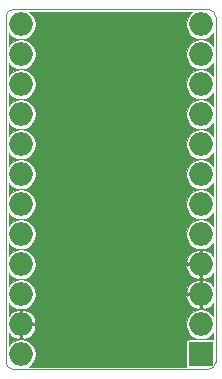
<source format=gbr>
%TF.GenerationSoftware,KiCad,Pcbnew,5.1.7+dfsg1-1~bpo10+1*%
%TF.CreationDate,Date%
%TF.ProjectId,ProMicro_TEST,50726f4d-6963-4726-9f5f-544553542e6b,v1.0*%
%TF.SameCoordinates,Original*%
%TF.FileFunction,Copper,L1,Top*%
%TF.FilePolarity,Positive*%
%FSLAX45Y45*%
G04 Gerber Fmt 4.5, Leading zero omitted, Abs format (unit mm)*
G04 Created by KiCad*
%MOMM*%
%LPD*%
G01*
G04 APERTURE LIST*
%TA.AperFunction,Profile*%
%ADD10C,0.100000*%
%TD*%
%TA.AperFunction,ComponentPad*%
%ADD11R,2.000000X2.000000*%
%TD*%
%TA.AperFunction,ComponentPad*%
%ADD12O,2.000000X2.000000*%
%TD*%
%TA.AperFunction,Conductor*%
%ADD13C,0.125000*%
%TD*%
%TA.AperFunction,Conductor*%
%ADD14C,0.150000*%
%TD*%
%ADD15C,0.350000*%
G04 APERTURE END LIST*
D10*
X127000Y2857500D02*
X127000Y-63500D01*
X-1651000Y-63500D02*
X-1651000Y2857500D01*
X-1587500Y-127000D02*
G75*
G02*
X-1651000Y-63500I0J63500D01*
G01*
X127000Y-63500D02*
G75*
G02*
X63500Y-127000I-63500J0D01*
G01*
X63500Y2921000D02*
G75*
G02*
X127000Y2857500I0J-63500D01*
G01*
X-1651000Y2857500D02*
G75*
G02*
X-1587500Y2921000I63500J0D01*
G01*
X63500Y-127000D02*
X-1587500Y-127000D01*
X-1587500Y2921000D02*
X63500Y2921000D01*
D11*
X0Y0D03*
D12*
X0Y254000D03*
X0Y508000D03*
X-1524000Y2794000D03*
X0Y762000D03*
X-1524000Y2540000D03*
X0Y1016000D03*
X-1524000Y2286000D03*
X0Y1270000D03*
X-1524000Y2032000D03*
X0Y1524000D03*
X-1524000Y1778000D03*
X0Y1778000D03*
X-1524000Y1524000D03*
X0Y2032000D03*
X-1524000Y1270000D03*
X0Y2286000D03*
X-1524000Y1016000D03*
X0Y2540000D03*
X-1524000Y762000D03*
X0Y2794000D03*
X-1524000Y508000D03*
X-1524000Y254000D03*
X-1524000Y0D03*
D13*
X-80480Y2892065D02*
X-98065Y2874480D01*
X-111881Y2853802D01*
X-121398Y2830826D01*
X-126250Y2806434D01*
X-126250Y2781566D01*
X-121398Y2757174D01*
X-111881Y2734198D01*
X-98065Y2713520D01*
X-80480Y2695935D01*
X-59802Y2682119D01*
X-36826Y2672602D01*
X-12434Y2667750D01*
X12434Y2667750D01*
X36826Y2672602D01*
X59802Y2682119D01*
X80480Y2695935D01*
X98065Y2713520D01*
X103250Y2721281D01*
X103250Y2612720D01*
X98065Y2620480D01*
X80480Y2638065D01*
X59802Y2651881D01*
X36826Y2661398D01*
X12434Y2666250D01*
X-12434Y2666250D01*
X-36826Y2661398D01*
X-59802Y2651881D01*
X-80480Y2638065D01*
X-98065Y2620480D01*
X-111881Y2599802D01*
X-121398Y2576826D01*
X-126250Y2552435D01*
X-126250Y2527566D01*
X-121398Y2503174D01*
X-111881Y2480198D01*
X-98065Y2459520D01*
X-80480Y2441935D01*
X-59802Y2428119D01*
X-36826Y2418602D01*
X-12434Y2413750D01*
X12434Y2413750D01*
X36826Y2418602D01*
X59802Y2428119D01*
X80480Y2441935D01*
X98065Y2459520D01*
X103250Y2467281D01*
X103250Y2358720D01*
X98065Y2366480D01*
X80480Y2384065D01*
X59802Y2397881D01*
X36826Y2407398D01*
X12434Y2412250D01*
X-12434Y2412250D01*
X-36826Y2407398D01*
X-59802Y2397881D01*
X-80480Y2384065D01*
X-98065Y2366480D01*
X-111881Y2345802D01*
X-121398Y2322826D01*
X-126250Y2298435D01*
X-126250Y2273566D01*
X-121398Y2249174D01*
X-111881Y2226198D01*
X-98065Y2205520D01*
X-80480Y2187935D01*
X-59802Y2174119D01*
X-36826Y2164602D01*
X-12434Y2159750D01*
X12434Y2159750D01*
X36826Y2164602D01*
X59802Y2174119D01*
X80480Y2187935D01*
X98065Y2205520D01*
X103250Y2213281D01*
X103250Y2104719D01*
X98065Y2112480D01*
X80480Y2130065D01*
X59802Y2143881D01*
X36826Y2153398D01*
X12434Y2158250D01*
X-12434Y2158250D01*
X-36826Y2153398D01*
X-59802Y2143881D01*
X-80480Y2130065D01*
X-98065Y2112480D01*
X-111881Y2091802D01*
X-121398Y2068826D01*
X-126250Y2044434D01*
X-126250Y2019565D01*
X-121398Y1995174D01*
X-111881Y1972198D01*
X-98065Y1951520D01*
X-80480Y1933935D01*
X-59802Y1920119D01*
X-36826Y1910602D01*
X-12434Y1905750D01*
X12434Y1905750D01*
X36826Y1910602D01*
X59802Y1920119D01*
X80480Y1933935D01*
X98065Y1951520D01*
X103250Y1959281D01*
X103250Y1850719D01*
X98065Y1858480D01*
X80480Y1876065D01*
X59802Y1889881D01*
X36826Y1899398D01*
X12434Y1904250D01*
X-12434Y1904250D01*
X-36826Y1899398D01*
X-59802Y1889881D01*
X-80480Y1876065D01*
X-98065Y1858480D01*
X-111881Y1837802D01*
X-121398Y1814826D01*
X-126250Y1790434D01*
X-126250Y1765565D01*
X-121398Y1741174D01*
X-111881Y1718198D01*
X-98065Y1697520D01*
X-80480Y1679935D01*
X-59802Y1666119D01*
X-36826Y1656602D01*
X-12434Y1651750D01*
X12434Y1651750D01*
X36826Y1656602D01*
X59802Y1666119D01*
X80480Y1679935D01*
X98065Y1697520D01*
X103250Y1705281D01*
X103250Y1596719D01*
X98065Y1604480D01*
X80480Y1622065D01*
X59802Y1635881D01*
X36826Y1645398D01*
X12434Y1650250D01*
X-12434Y1650250D01*
X-36826Y1645398D01*
X-59802Y1635881D01*
X-80480Y1622065D01*
X-98065Y1604480D01*
X-111881Y1583802D01*
X-121398Y1560826D01*
X-126250Y1536434D01*
X-126250Y1511565D01*
X-121398Y1487174D01*
X-111881Y1464198D01*
X-98065Y1443520D01*
X-80480Y1425935D01*
X-59802Y1412119D01*
X-36826Y1402602D01*
X-12434Y1397750D01*
X12434Y1397750D01*
X36826Y1402602D01*
X59802Y1412119D01*
X80480Y1425935D01*
X98065Y1443520D01*
X103250Y1451281D01*
X103250Y1342719D01*
X98065Y1350480D01*
X80480Y1368065D01*
X59802Y1381881D01*
X36826Y1391398D01*
X12434Y1396250D01*
X-12434Y1396250D01*
X-36826Y1391398D01*
X-59802Y1381881D01*
X-80480Y1368065D01*
X-98065Y1350480D01*
X-111881Y1329802D01*
X-121398Y1306826D01*
X-126250Y1282435D01*
X-126250Y1257566D01*
X-121398Y1233174D01*
X-111881Y1210198D01*
X-98065Y1189520D01*
X-80480Y1171935D01*
X-59802Y1158119D01*
X-36826Y1148602D01*
X-12434Y1143750D01*
X12434Y1143750D01*
X36826Y1148602D01*
X59802Y1158119D01*
X80480Y1171935D01*
X98065Y1189520D01*
X103250Y1197281D01*
X103250Y1088719D01*
X98065Y1096480D01*
X80480Y1114065D01*
X59802Y1127881D01*
X36826Y1137398D01*
X12434Y1142250D01*
X-12434Y1142250D01*
X-36826Y1137398D01*
X-59802Y1127881D01*
X-80480Y1114065D01*
X-98065Y1096480D01*
X-111881Y1075802D01*
X-121398Y1052826D01*
X-126250Y1028434D01*
X-126250Y1003565D01*
X-121398Y979174D01*
X-111881Y956198D01*
X-98065Y935520D01*
X-80480Y917935D01*
X-59802Y904119D01*
X-36826Y894602D01*
X-12434Y889750D01*
X12434Y889750D01*
X36826Y894602D01*
X59802Y904119D01*
X80480Y917935D01*
X98065Y935520D01*
X103250Y943281D01*
X103250Y833858D01*
X91918Y848546D01*
X73268Y864815D01*
X51801Y877134D01*
X28345Y885027D01*
X8750Y881384D01*
X8750Y770750D01*
X10750Y770750D01*
X10750Y753250D01*
X8750Y753250D01*
X8750Y642616D01*
X28345Y638973D01*
X51801Y646866D01*
X73268Y659185D01*
X91918Y675454D01*
X103250Y690142D01*
X103250Y579858D01*
X91918Y594546D01*
X73268Y610816D01*
X51801Y623134D01*
X28345Y631027D01*
X8750Y627384D01*
X8750Y516750D01*
X10750Y516750D01*
X10750Y499250D01*
X8750Y499250D01*
X8750Y388616D01*
X28345Y384973D01*
X51801Y392866D01*
X73268Y405184D01*
X91918Y421454D01*
X103250Y436142D01*
X103250Y326719D01*
X98065Y334480D01*
X80480Y352065D01*
X59802Y365881D01*
X36826Y375398D01*
X12434Y380250D01*
X-12434Y380250D01*
X-36826Y375398D01*
X-59802Y365881D01*
X-80480Y352065D01*
X-98065Y334480D01*
X-111881Y313802D01*
X-121398Y290826D01*
X-126250Y266435D01*
X-126250Y241565D01*
X-121398Y217174D01*
X-111881Y194198D01*
X-98065Y173520D01*
X-80480Y155935D01*
X-59802Y142119D01*
X-36826Y132602D01*
X-12434Y127750D01*
X12434Y127750D01*
X36826Y132602D01*
X59802Y142119D01*
X80480Y155935D01*
X98065Y173520D01*
X103250Y181281D01*
X103250Y126057D01*
X100000Y126377D01*
X-100000Y126377D01*
X-105146Y125870D01*
X-110094Y124369D01*
X-114654Y121932D01*
X-118651Y118651D01*
X-121932Y114654D01*
X-124369Y110094D01*
X-125870Y105146D01*
X-126377Y100000D01*
X-126377Y-100000D01*
X-126057Y-103250D01*
X-1451280Y-103250D01*
X-1443520Y-98065D01*
X-1425935Y-80480D01*
X-1412119Y-59802D01*
X-1402602Y-36826D01*
X-1397750Y-12434D01*
X-1397750Y12434D01*
X-1402602Y36826D01*
X-1412119Y59802D01*
X-1425935Y80480D01*
X-1443520Y98065D01*
X-1464198Y111881D01*
X-1487174Y121398D01*
X-1511565Y126250D01*
X-1536434Y126250D01*
X-1560826Y121398D01*
X-1583802Y111881D01*
X-1604480Y98065D01*
X-1622065Y80480D01*
X-1627250Y72720D01*
X-1627250Y182142D01*
X-1615918Y167454D01*
X-1597268Y151185D01*
X-1575801Y138866D01*
X-1552345Y130973D01*
X-1532750Y134616D01*
X-1532750Y245250D01*
X-1515250Y245250D01*
X-1515250Y134616D01*
X-1495655Y130973D01*
X-1472198Y138866D01*
X-1450732Y151185D01*
X-1432082Y167454D01*
X-1416964Y187049D01*
X-1405959Y209217D01*
X-1400973Y225655D01*
X-1404633Y245250D01*
X-1515250Y245250D01*
X-1532750Y245250D01*
X-1534750Y245250D01*
X-1534750Y262750D01*
X-1532750Y262750D01*
X-1532750Y373384D01*
X-1515250Y373384D01*
X-1515250Y262750D01*
X-1404633Y262750D01*
X-1400973Y282345D01*
X-1405959Y298783D01*
X-1416964Y320951D01*
X-1432082Y340546D01*
X-1450732Y356815D01*
X-1472198Y369134D01*
X-1495655Y377027D01*
X-1515250Y373384D01*
X-1532750Y373384D01*
X-1552345Y377027D01*
X-1575801Y369134D01*
X-1597268Y356815D01*
X-1615918Y340546D01*
X-1627250Y325858D01*
X-1627250Y435280D01*
X-1622065Y427520D01*
X-1604480Y409935D01*
X-1583802Y396119D01*
X-1560826Y386602D01*
X-1536434Y381750D01*
X-1511565Y381750D01*
X-1487174Y386602D01*
X-1464198Y396119D01*
X-1443520Y409935D01*
X-1425935Y427520D01*
X-1412119Y448198D01*
X-1402602Y471174D01*
X-1400915Y479655D01*
X-123027Y479655D01*
X-118041Y463217D01*
X-107036Y441049D01*
X-91918Y421454D01*
X-73268Y405184D01*
X-51801Y392866D01*
X-28345Y384973D01*
X-8750Y388616D01*
X-8750Y499250D01*
X-119367Y499250D01*
X-123027Y479655D01*
X-1400915Y479655D01*
X-1397750Y495565D01*
X-1397750Y520434D01*
X-1400915Y536345D01*
X-123027Y536345D01*
X-119367Y516750D01*
X-8750Y516750D01*
X-8750Y627384D01*
X-28345Y631027D01*
X-51801Y623134D01*
X-73268Y610816D01*
X-91918Y594546D01*
X-107036Y574951D01*
X-118041Y552783D01*
X-123027Y536345D01*
X-1400915Y536345D01*
X-1402602Y544826D01*
X-1412119Y567802D01*
X-1425935Y588480D01*
X-1443520Y606065D01*
X-1464198Y619881D01*
X-1487174Y629398D01*
X-1511565Y634250D01*
X-1536434Y634250D01*
X-1560826Y629398D01*
X-1583802Y619881D01*
X-1604480Y606065D01*
X-1622065Y588480D01*
X-1627250Y580720D01*
X-1627250Y689281D01*
X-1622065Y681520D01*
X-1604480Y663935D01*
X-1583802Y650119D01*
X-1560826Y640602D01*
X-1536434Y635750D01*
X-1511565Y635750D01*
X-1487174Y640602D01*
X-1464198Y650119D01*
X-1443520Y663935D01*
X-1425935Y681520D01*
X-1412119Y702198D01*
X-1402602Y725174D01*
X-1400915Y733655D01*
X-123027Y733655D01*
X-118041Y717217D01*
X-107036Y695049D01*
X-91918Y675454D01*
X-73268Y659185D01*
X-51801Y646866D01*
X-28345Y638973D01*
X-8750Y642616D01*
X-8750Y753250D01*
X-119367Y753250D01*
X-123027Y733655D01*
X-1400915Y733655D01*
X-1397750Y749565D01*
X-1397750Y774434D01*
X-1400915Y790345D01*
X-123027Y790345D01*
X-119367Y770750D01*
X-8750Y770750D01*
X-8750Y881384D01*
X-28345Y885027D01*
X-51801Y877134D01*
X-73268Y864815D01*
X-91918Y848546D01*
X-107036Y828951D01*
X-118041Y806783D01*
X-123027Y790345D01*
X-1400915Y790345D01*
X-1402602Y798826D01*
X-1412119Y821802D01*
X-1425935Y842480D01*
X-1443520Y860065D01*
X-1464198Y873881D01*
X-1487174Y883398D01*
X-1511565Y888250D01*
X-1536434Y888250D01*
X-1560826Y883398D01*
X-1583802Y873881D01*
X-1604480Y860065D01*
X-1622065Y842480D01*
X-1627250Y834719D01*
X-1627250Y943280D01*
X-1622065Y935520D01*
X-1604480Y917935D01*
X-1583802Y904119D01*
X-1560826Y894602D01*
X-1536434Y889750D01*
X-1511565Y889750D01*
X-1487174Y894602D01*
X-1464198Y904119D01*
X-1443520Y917935D01*
X-1425935Y935520D01*
X-1412119Y956198D01*
X-1402602Y979174D01*
X-1397750Y1003565D01*
X-1397750Y1028434D01*
X-1402602Y1052826D01*
X-1412119Y1075802D01*
X-1425935Y1096480D01*
X-1443520Y1114065D01*
X-1464198Y1127881D01*
X-1487174Y1137398D01*
X-1511565Y1142250D01*
X-1536434Y1142250D01*
X-1560826Y1137398D01*
X-1583802Y1127881D01*
X-1604480Y1114065D01*
X-1622065Y1096480D01*
X-1627250Y1088720D01*
X-1627250Y1197281D01*
X-1622065Y1189520D01*
X-1604480Y1171935D01*
X-1583802Y1158119D01*
X-1560826Y1148602D01*
X-1536434Y1143750D01*
X-1511565Y1143750D01*
X-1487174Y1148602D01*
X-1464198Y1158119D01*
X-1443520Y1171935D01*
X-1425935Y1189520D01*
X-1412119Y1210198D01*
X-1402602Y1233174D01*
X-1397750Y1257566D01*
X-1397750Y1282435D01*
X-1402602Y1306826D01*
X-1412119Y1329802D01*
X-1425935Y1350480D01*
X-1443520Y1368065D01*
X-1464198Y1381881D01*
X-1487174Y1391398D01*
X-1511565Y1396250D01*
X-1536434Y1396250D01*
X-1560826Y1391398D01*
X-1583802Y1381881D01*
X-1604480Y1368065D01*
X-1622065Y1350480D01*
X-1627250Y1342720D01*
X-1627250Y1451280D01*
X-1622065Y1443520D01*
X-1604480Y1425935D01*
X-1583802Y1412119D01*
X-1560826Y1402602D01*
X-1536434Y1397750D01*
X-1511565Y1397750D01*
X-1487174Y1402602D01*
X-1464198Y1412119D01*
X-1443520Y1425935D01*
X-1425935Y1443520D01*
X-1412119Y1464198D01*
X-1402602Y1487174D01*
X-1397750Y1511565D01*
X-1397750Y1536434D01*
X-1402602Y1560826D01*
X-1412119Y1583802D01*
X-1425935Y1604480D01*
X-1443520Y1622065D01*
X-1464198Y1635881D01*
X-1487174Y1645398D01*
X-1511565Y1650250D01*
X-1536434Y1650250D01*
X-1560826Y1645398D01*
X-1583802Y1635881D01*
X-1604480Y1622065D01*
X-1622065Y1604480D01*
X-1627250Y1596719D01*
X-1627250Y1705280D01*
X-1622065Y1697520D01*
X-1604480Y1679935D01*
X-1583802Y1666119D01*
X-1560826Y1656602D01*
X-1536434Y1651750D01*
X-1511565Y1651750D01*
X-1487174Y1656602D01*
X-1464198Y1666119D01*
X-1443520Y1679935D01*
X-1425935Y1697520D01*
X-1412119Y1718198D01*
X-1402602Y1741174D01*
X-1397750Y1765565D01*
X-1397750Y1790434D01*
X-1402602Y1814826D01*
X-1412119Y1837802D01*
X-1425935Y1858480D01*
X-1443520Y1876065D01*
X-1464198Y1889881D01*
X-1487174Y1899398D01*
X-1511565Y1904250D01*
X-1536434Y1904250D01*
X-1560826Y1899398D01*
X-1583802Y1889881D01*
X-1604480Y1876065D01*
X-1622065Y1858480D01*
X-1627250Y1850719D01*
X-1627250Y1959280D01*
X-1622065Y1951520D01*
X-1604480Y1933935D01*
X-1583802Y1920119D01*
X-1560826Y1910602D01*
X-1536434Y1905750D01*
X-1511565Y1905750D01*
X-1487174Y1910602D01*
X-1464198Y1920119D01*
X-1443520Y1933935D01*
X-1425935Y1951520D01*
X-1412119Y1972198D01*
X-1402602Y1995174D01*
X-1397750Y2019565D01*
X-1397750Y2044434D01*
X-1402602Y2068826D01*
X-1412119Y2091802D01*
X-1425935Y2112480D01*
X-1443520Y2130065D01*
X-1464198Y2143881D01*
X-1487174Y2153398D01*
X-1511565Y2158250D01*
X-1536434Y2158250D01*
X-1560826Y2153398D01*
X-1583802Y2143881D01*
X-1604480Y2130065D01*
X-1622065Y2112480D01*
X-1627250Y2104720D01*
X-1627250Y2213281D01*
X-1622065Y2205520D01*
X-1604480Y2187935D01*
X-1583802Y2174119D01*
X-1560826Y2164602D01*
X-1536434Y2159750D01*
X-1511565Y2159750D01*
X-1487174Y2164602D01*
X-1464198Y2174119D01*
X-1443520Y2187935D01*
X-1425935Y2205520D01*
X-1412119Y2226198D01*
X-1402602Y2249174D01*
X-1397750Y2273566D01*
X-1397750Y2298435D01*
X-1402602Y2322826D01*
X-1412119Y2345802D01*
X-1425935Y2366480D01*
X-1443520Y2384065D01*
X-1464198Y2397881D01*
X-1487174Y2407398D01*
X-1511565Y2412250D01*
X-1536434Y2412250D01*
X-1560826Y2407398D01*
X-1583802Y2397881D01*
X-1604480Y2384065D01*
X-1622065Y2366480D01*
X-1627250Y2358720D01*
X-1627250Y2467281D01*
X-1622065Y2459520D01*
X-1604480Y2441935D01*
X-1583802Y2428119D01*
X-1560826Y2418602D01*
X-1536434Y2413750D01*
X-1511565Y2413750D01*
X-1487174Y2418602D01*
X-1464198Y2428119D01*
X-1443520Y2441935D01*
X-1425935Y2459520D01*
X-1412119Y2480198D01*
X-1402602Y2503174D01*
X-1397750Y2527566D01*
X-1397750Y2552435D01*
X-1402602Y2576826D01*
X-1412119Y2599802D01*
X-1425935Y2620480D01*
X-1443520Y2638065D01*
X-1464198Y2651881D01*
X-1487174Y2661398D01*
X-1511565Y2666250D01*
X-1536434Y2666250D01*
X-1560826Y2661398D01*
X-1583802Y2651881D01*
X-1604480Y2638065D01*
X-1622065Y2620480D01*
X-1627250Y2612720D01*
X-1627250Y2721281D01*
X-1622065Y2713520D01*
X-1604480Y2695935D01*
X-1583802Y2682119D01*
X-1560826Y2672602D01*
X-1536434Y2667750D01*
X-1511565Y2667750D01*
X-1487174Y2672602D01*
X-1464198Y2682119D01*
X-1443520Y2695935D01*
X-1425935Y2713520D01*
X-1412119Y2734198D01*
X-1402602Y2757174D01*
X-1397750Y2781566D01*
X-1397750Y2806434D01*
X-1402602Y2830826D01*
X-1412119Y2853802D01*
X-1425935Y2874480D01*
X-1443520Y2892065D01*
X-1451280Y2897250D01*
X-72720Y2897250D01*
X-80480Y2892065D01*
%TA.AperFunction,Conductor*%
D14*
G36*
X-80480Y2892065D02*
G01*
X-98065Y2874480D01*
X-111881Y2853802D01*
X-121398Y2830826D01*
X-126250Y2806434D01*
X-126250Y2781566D01*
X-121398Y2757174D01*
X-111881Y2734198D01*
X-98065Y2713520D01*
X-80480Y2695935D01*
X-59802Y2682119D01*
X-36826Y2672602D01*
X-12434Y2667750D01*
X12434Y2667750D01*
X36826Y2672602D01*
X59802Y2682119D01*
X80480Y2695935D01*
X98065Y2713520D01*
X103250Y2721281D01*
X103250Y2612720D01*
X98065Y2620480D01*
X80480Y2638065D01*
X59802Y2651881D01*
X36826Y2661398D01*
X12434Y2666250D01*
X-12434Y2666250D01*
X-36826Y2661398D01*
X-59802Y2651881D01*
X-80480Y2638065D01*
X-98065Y2620480D01*
X-111881Y2599802D01*
X-121398Y2576826D01*
X-126250Y2552435D01*
X-126250Y2527566D01*
X-121398Y2503174D01*
X-111881Y2480198D01*
X-98065Y2459520D01*
X-80480Y2441935D01*
X-59802Y2428119D01*
X-36826Y2418602D01*
X-12434Y2413750D01*
X12434Y2413750D01*
X36826Y2418602D01*
X59802Y2428119D01*
X80480Y2441935D01*
X98065Y2459520D01*
X103250Y2467281D01*
X103250Y2358720D01*
X98065Y2366480D01*
X80480Y2384065D01*
X59802Y2397881D01*
X36826Y2407398D01*
X12434Y2412250D01*
X-12434Y2412250D01*
X-36826Y2407398D01*
X-59802Y2397881D01*
X-80480Y2384065D01*
X-98065Y2366480D01*
X-111881Y2345802D01*
X-121398Y2322826D01*
X-126250Y2298435D01*
X-126250Y2273566D01*
X-121398Y2249174D01*
X-111881Y2226198D01*
X-98065Y2205520D01*
X-80480Y2187935D01*
X-59802Y2174119D01*
X-36826Y2164602D01*
X-12434Y2159750D01*
X12434Y2159750D01*
X36826Y2164602D01*
X59802Y2174119D01*
X80480Y2187935D01*
X98065Y2205520D01*
X103250Y2213281D01*
X103250Y2104719D01*
X98065Y2112480D01*
X80480Y2130065D01*
X59802Y2143881D01*
X36826Y2153398D01*
X12434Y2158250D01*
X-12434Y2158250D01*
X-36826Y2153398D01*
X-59802Y2143881D01*
X-80480Y2130065D01*
X-98065Y2112480D01*
X-111881Y2091802D01*
X-121398Y2068826D01*
X-126250Y2044434D01*
X-126250Y2019565D01*
X-121398Y1995174D01*
X-111881Y1972198D01*
X-98065Y1951520D01*
X-80480Y1933935D01*
X-59802Y1920119D01*
X-36826Y1910602D01*
X-12434Y1905750D01*
X12434Y1905750D01*
X36826Y1910602D01*
X59802Y1920119D01*
X80480Y1933935D01*
X98065Y1951520D01*
X103250Y1959281D01*
X103250Y1850719D01*
X98065Y1858480D01*
X80480Y1876065D01*
X59802Y1889881D01*
X36826Y1899398D01*
X12434Y1904250D01*
X-12434Y1904250D01*
X-36826Y1899398D01*
X-59802Y1889881D01*
X-80480Y1876065D01*
X-98065Y1858480D01*
X-111881Y1837802D01*
X-121398Y1814826D01*
X-126250Y1790434D01*
X-126250Y1765565D01*
X-121398Y1741174D01*
X-111881Y1718198D01*
X-98065Y1697520D01*
X-80480Y1679935D01*
X-59802Y1666119D01*
X-36826Y1656602D01*
X-12434Y1651750D01*
X12434Y1651750D01*
X36826Y1656602D01*
X59802Y1666119D01*
X80480Y1679935D01*
X98065Y1697520D01*
X103250Y1705281D01*
X103250Y1596719D01*
X98065Y1604480D01*
X80480Y1622065D01*
X59802Y1635881D01*
X36826Y1645398D01*
X12434Y1650250D01*
X-12434Y1650250D01*
X-36826Y1645398D01*
X-59802Y1635881D01*
X-80480Y1622065D01*
X-98065Y1604480D01*
X-111881Y1583802D01*
X-121398Y1560826D01*
X-126250Y1536434D01*
X-126250Y1511565D01*
X-121398Y1487174D01*
X-111881Y1464198D01*
X-98065Y1443520D01*
X-80480Y1425935D01*
X-59802Y1412119D01*
X-36826Y1402602D01*
X-12434Y1397750D01*
X12434Y1397750D01*
X36826Y1402602D01*
X59802Y1412119D01*
X80480Y1425935D01*
X98065Y1443520D01*
X103250Y1451281D01*
X103250Y1342719D01*
X98065Y1350480D01*
X80480Y1368065D01*
X59802Y1381881D01*
X36826Y1391398D01*
X12434Y1396250D01*
X-12434Y1396250D01*
X-36826Y1391398D01*
X-59802Y1381881D01*
X-80480Y1368065D01*
X-98065Y1350480D01*
X-111881Y1329802D01*
X-121398Y1306826D01*
X-126250Y1282435D01*
X-126250Y1257566D01*
X-121398Y1233174D01*
X-111881Y1210198D01*
X-98065Y1189520D01*
X-80480Y1171935D01*
X-59802Y1158119D01*
X-36826Y1148602D01*
X-12434Y1143750D01*
X12434Y1143750D01*
X36826Y1148602D01*
X59802Y1158119D01*
X80480Y1171935D01*
X98065Y1189520D01*
X103250Y1197281D01*
X103250Y1088719D01*
X98065Y1096480D01*
X80480Y1114065D01*
X59802Y1127881D01*
X36826Y1137398D01*
X12434Y1142250D01*
X-12434Y1142250D01*
X-36826Y1137398D01*
X-59802Y1127881D01*
X-80480Y1114065D01*
X-98065Y1096480D01*
X-111881Y1075802D01*
X-121398Y1052826D01*
X-126250Y1028434D01*
X-126250Y1003565D01*
X-121398Y979174D01*
X-111881Y956198D01*
X-98065Y935520D01*
X-80480Y917935D01*
X-59802Y904119D01*
X-36826Y894602D01*
X-12434Y889750D01*
X12434Y889750D01*
X36826Y894602D01*
X59802Y904119D01*
X80480Y917935D01*
X98065Y935520D01*
X103250Y943281D01*
X103250Y833858D01*
X91918Y848546D01*
X73268Y864815D01*
X51801Y877134D01*
X28345Y885027D01*
X8750Y881384D01*
X8750Y770750D01*
X10750Y770750D01*
X10750Y753250D01*
X8750Y753250D01*
X8750Y642616D01*
X28345Y638973D01*
X51801Y646866D01*
X73268Y659185D01*
X91918Y675454D01*
X103250Y690142D01*
X103250Y579858D01*
X91918Y594546D01*
X73268Y610816D01*
X51801Y623134D01*
X28345Y631027D01*
X8750Y627384D01*
X8750Y516750D01*
X10750Y516750D01*
X10750Y499250D01*
X8750Y499250D01*
X8750Y388616D01*
X28345Y384973D01*
X51801Y392866D01*
X73268Y405184D01*
X91918Y421454D01*
X103250Y436142D01*
X103250Y326719D01*
X98065Y334480D01*
X80480Y352065D01*
X59802Y365881D01*
X36826Y375398D01*
X12434Y380250D01*
X-12434Y380250D01*
X-36826Y375398D01*
X-59802Y365881D01*
X-80480Y352065D01*
X-98065Y334480D01*
X-111881Y313802D01*
X-121398Y290826D01*
X-126250Y266435D01*
X-126250Y241565D01*
X-121398Y217174D01*
X-111881Y194198D01*
X-98065Y173520D01*
X-80480Y155935D01*
X-59802Y142119D01*
X-36826Y132602D01*
X-12434Y127750D01*
X12434Y127750D01*
X36826Y132602D01*
X59802Y142119D01*
X80480Y155935D01*
X98065Y173520D01*
X103250Y181281D01*
X103250Y126057D01*
X100000Y126377D01*
X-100000Y126377D01*
X-105146Y125870D01*
X-110094Y124369D01*
X-114654Y121932D01*
X-118651Y118651D01*
X-121932Y114654D01*
X-124369Y110094D01*
X-125870Y105146D01*
X-126377Y100000D01*
X-126377Y-100000D01*
X-126057Y-103250D01*
X-1451280Y-103250D01*
X-1443520Y-98065D01*
X-1425935Y-80480D01*
X-1412119Y-59802D01*
X-1402602Y-36826D01*
X-1397750Y-12434D01*
X-1397750Y12434D01*
X-1402602Y36826D01*
X-1412119Y59802D01*
X-1425935Y80480D01*
X-1443520Y98065D01*
X-1464198Y111881D01*
X-1487174Y121398D01*
X-1511565Y126250D01*
X-1536434Y126250D01*
X-1560826Y121398D01*
X-1583802Y111881D01*
X-1604480Y98065D01*
X-1622065Y80480D01*
X-1627250Y72720D01*
X-1627250Y182142D01*
X-1615918Y167454D01*
X-1597268Y151185D01*
X-1575801Y138866D01*
X-1552345Y130973D01*
X-1532750Y134616D01*
X-1532750Y245250D01*
X-1515250Y245250D01*
X-1515250Y134616D01*
X-1495655Y130973D01*
X-1472198Y138866D01*
X-1450732Y151185D01*
X-1432082Y167454D01*
X-1416964Y187049D01*
X-1405959Y209217D01*
X-1400973Y225655D01*
X-1404633Y245250D01*
X-1515250Y245250D01*
X-1532750Y245250D01*
X-1534750Y245250D01*
X-1534750Y262750D01*
X-1532750Y262750D01*
X-1532750Y373384D01*
X-1515250Y373384D01*
X-1515250Y262750D01*
X-1404633Y262750D01*
X-1400973Y282345D01*
X-1405959Y298783D01*
X-1416964Y320951D01*
X-1432082Y340546D01*
X-1450732Y356815D01*
X-1472198Y369134D01*
X-1495655Y377027D01*
X-1515250Y373384D01*
X-1532750Y373384D01*
X-1552345Y377027D01*
X-1575801Y369134D01*
X-1597268Y356815D01*
X-1615918Y340546D01*
X-1627250Y325858D01*
X-1627250Y435280D01*
X-1622065Y427520D01*
X-1604480Y409935D01*
X-1583802Y396119D01*
X-1560826Y386602D01*
X-1536434Y381750D01*
X-1511565Y381750D01*
X-1487174Y386602D01*
X-1464198Y396119D01*
X-1443520Y409935D01*
X-1425935Y427520D01*
X-1412119Y448198D01*
X-1402602Y471174D01*
X-1400915Y479655D01*
X-123027Y479655D01*
X-118041Y463217D01*
X-107036Y441049D01*
X-91918Y421454D01*
X-73268Y405184D01*
X-51801Y392866D01*
X-28345Y384973D01*
X-8750Y388616D01*
X-8750Y499250D01*
X-119367Y499250D01*
X-123027Y479655D01*
X-1400915Y479655D01*
X-1397750Y495565D01*
X-1397750Y520434D01*
X-1400915Y536345D01*
X-123027Y536345D01*
X-119367Y516750D01*
X-8750Y516750D01*
X-8750Y627384D01*
X-28345Y631027D01*
X-51801Y623134D01*
X-73268Y610816D01*
X-91918Y594546D01*
X-107036Y574951D01*
X-118041Y552783D01*
X-123027Y536345D01*
X-1400915Y536345D01*
X-1402602Y544826D01*
X-1412119Y567802D01*
X-1425935Y588480D01*
X-1443520Y606065D01*
X-1464198Y619881D01*
X-1487174Y629398D01*
X-1511565Y634250D01*
X-1536434Y634250D01*
X-1560826Y629398D01*
X-1583802Y619881D01*
X-1604480Y606065D01*
X-1622065Y588480D01*
X-1627250Y580720D01*
X-1627250Y689281D01*
X-1622065Y681520D01*
X-1604480Y663935D01*
X-1583802Y650119D01*
X-1560826Y640602D01*
X-1536434Y635750D01*
X-1511565Y635750D01*
X-1487174Y640602D01*
X-1464198Y650119D01*
X-1443520Y663935D01*
X-1425935Y681520D01*
X-1412119Y702198D01*
X-1402602Y725174D01*
X-1400915Y733655D01*
X-123027Y733655D01*
X-118041Y717217D01*
X-107036Y695049D01*
X-91918Y675454D01*
X-73268Y659185D01*
X-51801Y646866D01*
X-28345Y638973D01*
X-8750Y642616D01*
X-8750Y753250D01*
X-119367Y753250D01*
X-123027Y733655D01*
X-1400915Y733655D01*
X-1397750Y749565D01*
X-1397750Y774434D01*
X-1400915Y790345D01*
X-123027Y790345D01*
X-119367Y770750D01*
X-8750Y770750D01*
X-8750Y881384D01*
X-28345Y885027D01*
X-51801Y877134D01*
X-73268Y864815D01*
X-91918Y848546D01*
X-107036Y828951D01*
X-118041Y806783D01*
X-123027Y790345D01*
X-1400915Y790345D01*
X-1402602Y798826D01*
X-1412119Y821802D01*
X-1425935Y842480D01*
X-1443520Y860065D01*
X-1464198Y873881D01*
X-1487174Y883398D01*
X-1511565Y888250D01*
X-1536434Y888250D01*
X-1560826Y883398D01*
X-1583802Y873881D01*
X-1604480Y860065D01*
X-1622065Y842480D01*
X-1627250Y834719D01*
X-1627250Y943280D01*
X-1622065Y935520D01*
X-1604480Y917935D01*
X-1583802Y904119D01*
X-1560826Y894602D01*
X-1536434Y889750D01*
X-1511565Y889750D01*
X-1487174Y894602D01*
X-1464198Y904119D01*
X-1443520Y917935D01*
X-1425935Y935520D01*
X-1412119Y956198D01*
X-1402602Y979174D01*
X-1397750Y1003565D01*
X-1397750Y1028434D01*
X-1402602Y1052826D01*
X-1412119Y1075802D01*
X-1425935Y1096480D01*
X-1443520Y1114065D01*
X-1464198Y1127881D01*
X-1487174Y1137398D01*
X-1511565Y1142250D01*
X-1536434Y1142250D01*
X-1560826Y1137398D01*
X-1583802Y1127881D01*
X-1604480Y1114065D01*
X-1622065Y1096480D01*
X-1627250Y1088720D01*
X-1627250Y1197281D01*
X-1622065Y1189520D01*
X-1604480Y1171935D01*
X-1583802Y1158119D01*
X-1560826Y1148602D01*
X-1536434Y1143750D01*
X-1511565Y1143750D01*
X-1487174Y1148602D01*
X-1464198Y1158119D01*
X-1443520Y1171935D01*
X-1425935Y1189520D01*
X-1412119Y1210198D01*
X-1402602Y1233174D01*
X-1397750Y1257566D01*
X-1397750Y1282435D01*
X-1402602Y1306826D01*
X-1412119Y1329802D01*
X-1425935Y1350480D01*
X-1443520Y1368065D01*
X-1464198Y1381881D01*
X-1487174Y1391398D01*
X-1511565Y1396250D01*
X-1536434Y1396250D01*
X-1560826Y1391398D01*
X-1583802Y1381881D01*
X-1604480Y1368065D01*
X-1622065Y1350480D01*
X-1627250Y1342720D01*
X-1627250Y1451280D01*
X-1622065Y1443520D01*
X-1604480Y1425935D01*
X-1583802Y1412119D01*
X-1560826Y1402602D01*
X-1536434Y1397750D01*
X-1511565Y1397750D01*
X-1487174Y1402602D01*
X-1464198Y1412119D01*
X-1443520Y1425935D01*
X-1425935Y1443520D01*
X-1412119Y1464198D01*
X-1402602Y1487174D01*
X-1397750Y1511565D01*
X-1397750Y1536434D01*
X-1402602Y1560826D01*
X-1412119Y1583802D01*
X-1425935Y1604480D01*
X-1443520Y1622065D01*
X-1464198Y1635881D01*
X-1487174Y1645398D01*
X-1511565Y1650250D01*
X-1536434Y1650250D01*
X-1560826Y1645398D01*
X-1583802Y1635881D01*
X-1604480Y1622065D01*
X-1622065Y1604480D01*
X-1627250Y1596719D01*
X-1627250Y1705280D01*
X-1622065Y1697520D01*
X-1604480Y1679935D01*
X-1583802Y1666119D01*
X-1560826Y1656602D01*
X-1536434Y1651750D01*
X-1511565Y1651750D01*
X-1487174Y1656602D01*
X-1464198Y1666119D01*
X-1443520Y1679935D01*
X-1425935Y1697520D01*
X-1412119Y1718198D01*
X-1402602Y1741174D01*
X-1397750Y1765565D01*
X-1397750Y1790434D01*
X-1402602Y1814826D01*
X-1412119Y1837802D01*
X-1425935Y1858480D01*
X-1443520Y1876065D01*
X-1464198Y1889881D01*
X-1487174Y1899398D01*
X-1511565Y1904250D01*
X-1536434Y1904250D01*
X-1560826Y1899398D01*
X-1583802Y1889881D01*
X-1604480Y1876065D01*
X-1622065Y1858480D01*
X-1627250Y1850719D01*
X-1627250Y1959280D01*
X-1622065Y1951520D01*
X-1604480Y1933935D01*
X-1583802Y1920119D01*
X-1560826Y1910602D01*
X-1536434Y1905750D01*
X-1511565Y1905750D01*
X-1487174Y1910602D01*
X-1464198Y1920119D01*
X-1443520Y1933935D01*
X-1425935Y1951520D01*
X-1412119Y1972198D01*
X-1402602Y1995174D01*
X-1397750Y2019565D01*
X-1397750Y2044434D01*
X-1402602Y2068826D01*
X-1412119Y2091802D01*
X-1425935Y2112480D01*
X-1443520Y2130065D01*
X-1464198Y2143881D01*
X-1487174Y2153398D01*
X-1511565Y2158250D01*
X-1536434Y2158250D01*
X-1560826Y2153398D01*
X-1583802Y2143881D01*
X-1604480Y2130065D01*
X-1622065Y2112480D01*
X-1627250Y2104720D01*
X-1627250Y2213281D01*
X-1622065Y2205520D01*
X-1604480Y2187935D01*
X-1583802Y2174119D01*
X-1560826Y2164602D01*
X-1536434Y2159750D01*
X-1511565Y2159750D01*
X-1487174Y2164602D01*
X-1464198Y2174119D01*
X-1443520Y2187935D01*
X-1425935Y2205520D01*
X-1412119Y2226198D01*
X-1402602Y2249174D01*
X-1397750Y2273566D01*
X-1397750Y2298435D01*
X-1402602Y2322826D01*
X-1412119Y2345802D01*
X-1425935Y2366480D01*
X-1443520Y2384065D01*
X-1464198Y2397881D01*
X-1487174Y2407398D01*
X-1511565Y2412250D01*
X-1536434Y2412250D01*
X-1560826Y2407398D01*
X-1583802Y2397881D01*
X-1604480Y2384065D01*
X-1622065Y2366480D01*
X-1627250Y2358720D01*
X-1627250Y2467281D01*
X-1622065Y2459520D01*
X-1604480Y2441935D01*
X-1583802Y2428119D01*
X-1560826Y2418602D01*
X-1536434Y2413750D01*
X-1511565Y2413750D01*
X-1487174Y2418602D01*
X-1464198Y2428119D01*
X-1443520Y2441935D01*
X-1425935Y2459520D01*
X-1412119Y2480198D01*
X-1402602Y2503174D01*
X-1397750Y2527566D01*
X-1397750Y2552435D01*
X-1402602Y2576826D01*
X-1412119Y2599802D01*
X-1425935Y2620480D01*
X-1443520Y2638065D01*
X-1464198Y2651881D01*
X-1487174Y2661398D01*
X-1511565Y2666250D01*
X-1536434Y2666250D01*
X-1560826Y2661398D01*
X-1583802Y2651881D01*
X-1604480Y2638065D01*
X-1622065Y2620480D01*
X-1627250Y2612720D01*
X-1627250Y2721281D01*
X-1622065Y2713520D01*
X-1604480Y2695935D01*
X-1583802Y2682119D01*
X-1560826Y2672602D01*
X-1536434Y2667750D01*
X-1511565Y2667750D01*
X-1487174Y2672602D01*
X-1464198Y2682119D01*
X-1443520Y2695935D01*
X-1425935Y2713520D01*
X-1412119Y2734198D01*
X-1402602Y2757174D01*
X-1397750Y2781566D01*
X-1397750Y2806434D01*
X-1402602Y2830826D01*
X-1412119Y2853802D01*
X-1425935Y2874480D01*
X-1443520Y2892065D01*
X-1451280Y2897250D01*
X-72720Y2897250D01*
X-80480Y2892065D01*
G37*
%TD.AperFunction*%
D15*
X0Y0D03*
X0Y254000D03*
X0Y508000D03*
X-1524000Y2794000D03*
X0Y762000D03*
X-1524000Y2540000D03*
X0Y1016000D03*
X-1524000Y2286000D03*
X0Y1270000D03*
X-1524000Y2032000D03*
X0Y1524000D03*
X-1524000Y1778000D03*
X0Y1778000D03*
X-1524000Y1524000D03*
X0Y2032000D03*
X-1524000Y1270000D03*
X0Y2286000D03*
X-1524000Y1016000D03*
X0Y2540000D03*
X-1524000Y762000D03*
X0Y2794000D03*
X-1524000Y508000D03*
X-1524000Y254000D03*
X-1524000Y0D03*
M02*

</source>
